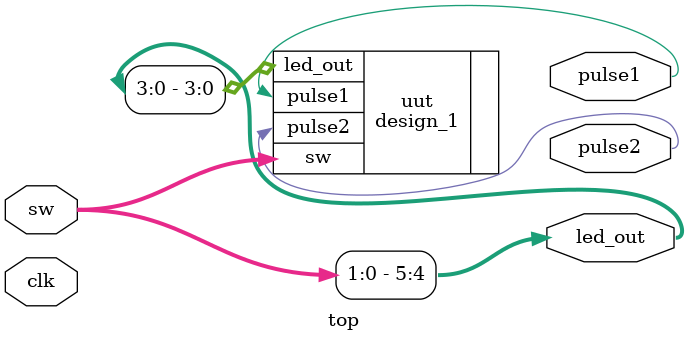
<source format=v>
`default_nettype none

module top
  (
   input wire        clk,
   input wire [1:0]  sw,
   output wire [5:0] led_out,
   output wire       pulse1,
   output wire       pulse2
   );
   
   design_1 uut
     (
      .sw(sw),
      .led_out(led_out[3:0]),
      .pulse1(pulse1),
      .pulse2(pulse2)      
      );

   assign led_out[5:4] = sw;
   
endmodule

`default_nettype wire

</source>
